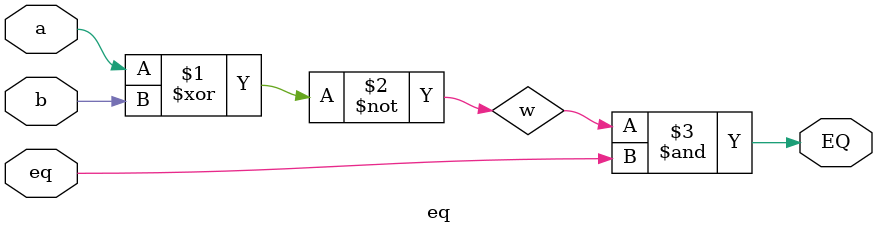
<source format=sv>
module eq(input a,b,eq,output EQ);
  wire w;
  xnor#27 X(w,a,b);
  and#17 A(EQ,w,eq);
endmodule

</source>
